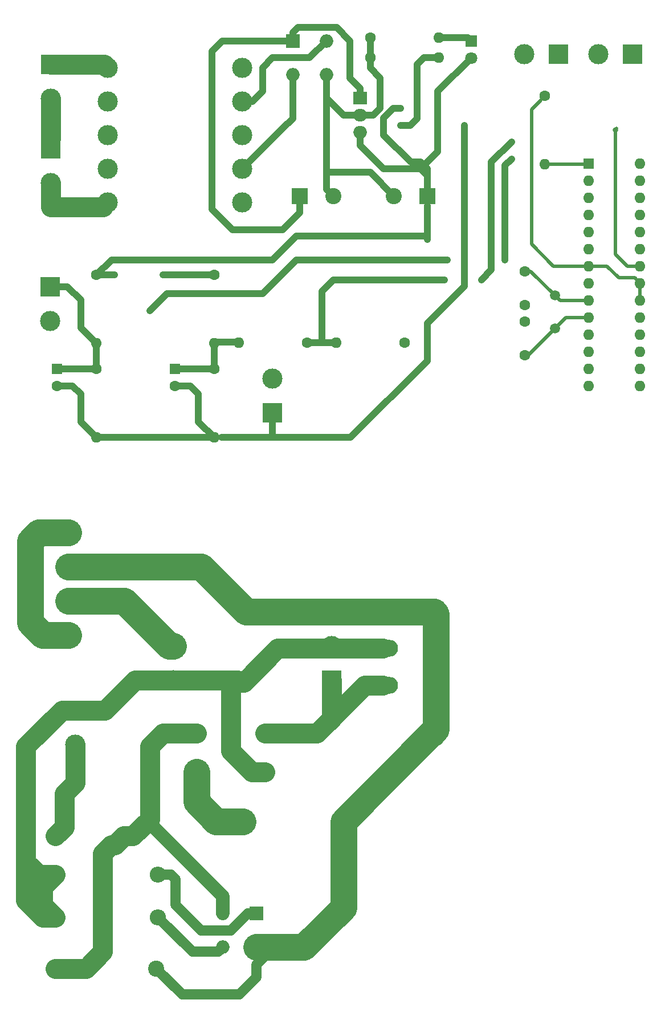
<source format=gbl>
G04 #@! TF.GenerationSoftware,KiCad,Pcbnew,(7.0.0)*
G04 #@! TF.CreationDate,2024-09-01T14:49:18+02:00*
G04 #@! TF.ProjectId,Routeur solaire  standard edition,526f7574-6575-4722-9073-6f6c61697265,rev?*
G04 #@! TF.SameCoordinates,Original*
G04 #@! TF.FileFunction,Copper,L2,Bot*
G04 #@! TF.FilePolarity,Positive*
%FSLAX46Y46*%
G04 Gerber Fmt 4.6, Leading zero omitted, Abs format (unit mm)*
G04 Created by KiCad (PCBNEW (7.0.0)) date 2024-09-01 14:49:18*
%MOMM*%
%LPD*%
G01*
G04 APERTURE LIST*
G04 #@! TA.AperFunction,ComponentPad*
%ADD10R,3.000000X3.000000*%
G04 #@! TD*
G04 #@! TA.AperFunction,ComponentPad*
%ADD11C,3.000000*%
G04 #@! TD*
G04 #@! TA.AperFunction,ComponentPad*
%ADD12R,1.600000X1.600000*%
G04 #@! TD*
G04 #@! TA.AperFunction,ComponentPad*
%ADD13O,1.600000X1.600000*%
G04 #@! TD*
G04 #@! TA.AperFunction,ComponentPad*
%ADD14C,1.600000*%
G04 #@! TD*
G04 #@! TA.AperFunction,ComponentPad*
%ADD15C,1.500000*%
G04 #@! TD*
G04 #@! TA.AperFunction,ComponentPad*
%ADD16R,1.800000X1.800000*%
G04 #@! TD*
G04 #@! TA.AperFunction,ComponentPad*
%ADD17C,1.800000*%
G04 #@! TD*
G04 #@! TA.AperFunction,ComponentPad*
%ADD18R,2.400000X2.400000*%
G04 #@! TD*
G04 #@! TA.AperFunction,ComponentPad*
%ADD19C,2.400000*%
G04 #@! TD*
G04 #@! TA.AperFunction,ComponentPad*
%ADD20R,2.000000X2.000000*%
G04 #@! TD*
G04 #@! TA.AperFunction,ComponentPad*
%ADD21O,2.000000X2.000000*%
G04 #@! TD*
G04 #@! TA.AperFunction,ComponentPad*
%ADD22R,2.000000X1.905000*%
G04 #@! TD*
G04 #@! TA.AperFunction,ComponentPad*
%ADD23O,2.000000X1.905000*%
G04 #@! TD*
G04 #@! TA.AperFunction,ComponentPad*
%ADD24O,2.400000X2.400000*%
G04 #@! TD*
G04 #@! TA.AperFunction,ComponentPad*
%ADD25R,4.500000X2.500000*%
G04 #@! TD*
G04 #@! TA.AperFunction,ComponentPad*
%ADD26O,4.500000X2.500000*%
G04 #@! TD*
G04 #@! TA.AperFunction,ViaPad*
%ADD27C,0.800000*%
G04 #@! TD*
G04 #@! TA.AperFunction,Conductor*
%ADD28C,1.500000*%
G04 #@! TD*
G04 #@! TA.AperFunction,Conductor*
%ADD29C,4.000000*%
G04 #@! TD*
G04 #@! TA.AperFunction,Conductor*
%ADD30C,3.000000*%
G04 #@! TD*
G04 #@! TA.AperFunction,Conductor*
%ADD31C,2.000000*%
G04 #@! TD*
G04 #@! TA.AperFunction,Conductor*
%ADD32C,1.000000*%
G04 #@! TD*
G04 #@! TA.AperFunction,Conductor*
%ADD33C,0.250000*%
G04 #@! TD*
G04 #@! TA.AperFunction,Conductor*
%ADD34C,0.500000*%
G04 #@! TD*
G04 APERTURE END LIST*
D10*
X27939999Y-102234999D03*
D11*
X27940000Y-107315000D03*
X27940000Y-112395000D03*
X27940000Y-117475000D03*
D12*
X105217205Y-47388163D03*
D13*
X105217205Y-49928163D03*
X105217205Y-52468163D03*
X105217205Y-55008163D03*
X105217205Y-57548163D03*
X105217205Y-60088163D03*
X105217205Y-62628163D03*
X105217205Y-65168163D03*
X105217205Y-67708163D03*
X105217205Y-70248163D03*
X105217205Y-72788163D03*
X105217205Y-75328163D03*
X105217205Y-77868163D03*
X105217205Y-80408163D03*
X112837205Y-80408163D03*
X112837205Y-77868163D03*
X112837205Y-75328163D03*
X112837205Y-72788163D03*
X112837205Y-70248163D03*
X112837205Y-67708163D03*
X112837205Y-65168163D03*
X112837205Y-62628163D03*
X112837205Y-60088163D03*
X112837205Y-57548163D03*
X112837205Y-55008163D03*
X112837205Y-52468163D03*
X112837205Y-49928163D03*
X112837205Y-47388163D03*
D10*
X100754999Y-31209999D03*
D11*
X95675000Y-31210000D03*
D14*
X98717206Y-37388164D03*
D13*
X98717205Y-47548163D03*
D10*
X111754999Y-31209999D03*
D11*
X106675000Y-31210000D03*
D15*
X100217206Y-71888164D03*
X100217206Y-66988164D03*
D14*
X95717206Y-70888164D03*
X95717206Y-75888164D03*
X95717206Y-63388164D03*
X95717206Y-68388164D03*
X72755000Y-31710000D03*
D13*
X82914999Y-31709999D03*
D10*
X25254999Y-32709999D03*
D11*
X25255000Y-37790000D03*
X33755000Y-53210000D03*
X33755000Y-48210000D03*
X33755000Y-43210000D03*
X33755000Y-38210000D03*
X33755000Y-33210000D03*
X53755000Y-33210000D03*
X53755000Y-38210000D03*
X53755000Y-43210000D03*
X53755000Y-48210000D03*
X53755000Y-53210000D03*
D14*
X72755000Y-28710000D03*
D13*
X82914999Y-28709999D03*
D10*
X58254999Y-84454999D03*
D11*
X58255000Y-79375000D03*
D16*
X87754999Y-29209999D03*
D17*
X87755000Y-31750000D03*
D18*
X81254999Y-52209999D03*
D19*
X76255000Y-52210000D03*
D18*
X62254999Y-52209999D03*
D19*
X67255000Y-52210000D03*
D20*
X61254999Y-29209999D03*
D21*
X61254999Y-34209999D03*
X66254999Y-34209999D03*
X66254999Y-29209999D03*
D22*
X71254999Y-37709999D03*
D23*
X71254999Y-40249999D03*
X71254999Y-42789999D03*
D14*
X49571858Y-63943213D03*
D13*
X49571857Y-74103212D03*
D14*
X49571858Y-77943213D03*
D13*
X49571857Y-88103212D03*
D12*
X43735372Y-77943212D03*
D14*
X43735373Y-80443213D03*
X77890573Y-74038952D03*
D13*
X67730572Y-74038951D03*
D14*
X32071858Y-63943213D03*
D13*
X32071857Y-74103212D03*
D14*
X32071858Y-77943213D03*
D13*
X32071857Y-88103212D03*
D10*
X25235372Y-65672064D03*
D11*
X25235373Y-70752065D03*
D12*
X26235372Y-77943212D03*
D14*
X26235373Y-80443213D03*
D10*
X25254999Y-45209999D03*
D11*
X25255000Y-50290000D03*
D19*
X25977500Y-159332500D03*
D24*
X41217499Y-159332499D03*
D10*
X28892499Y-128587499D03*
D11*
X28892500Y-133667500D03*
D19*
X25977500Y-152982500D03*
D24*
X41217499Y-152982499D03*
D10*
X43497499Y-119062499D03*
D11*
X43497500Y-124142500D03*
D14*
X63390573Y-74038952D03*
D13*
X53230572Y-74038951D03*
D25*
X74612499Y-113982499D03*
D26*
X74612499Y-119432499D03*
X74612499Y-124882499D03*
D20*
X55822499Y-158777499D03*
D21*
X50822499Y-158777499D03*
X50822499Y-163777499D03*
X55822499Y-163777499D03*
D14*
X46932500Y-137742500D03*
D13*
X57092499Y-137742499D03*
D19*
X53777500Y-145097500D03*
X68777500Y-145097500D03*
X25977500Y-166952500D03*
X40977500Y-166952500D03*
D14*
X46932500Y-132027500D03*
D13*
X57092499Y-132027499D03*
D14*
X25977500Y-147267500D03*
D13*
X36137499Y-147267499D03*
D10*
X66992499Y-124142499D03*
D11*
X66992500Y-119062500D03*
X66992500Y-113982500D03*
D27*
X109217206Y-42388164D03*
X89255000Y-64710000D03*
X77255000Y-39210000D03*
X41994871Y-63943213D03*
X77255000Y-41750000D03*
X93755000Y-44210000D03*
X92755000Y-61710000D03*
X93755000Y-46710000D03*
X34807837Y-63943213D03*
X84255000Y-61710000D03*
X39994871Y-69256179D03*
X86755000Y-41750000D03*
X83755000Y-64710000D03*
D28*
X56515000Y-165682500D02*
X58420000Y-163777500D01*
X56515000Y-165735000D02*
X56515000Y-165682500D01*
X55880000Y-166370000D02*
X56515000Y-165735000D01*
X55880000Y-168275000D02*
X55880000Y-166370000D01*
X53340000Y-170815000D02*
X55880000Y-168275000D01*
X40977500Y-166952500D02*
X44840000Y-170815000D01*
D29*
X62917500Y-163777500D02*
X58420000Y-163777500D01*
D28*
X44840000Y-170815000D02*
X53340000Y-170815000D01*
D29*
X58420000Y-163777500D02*
X55822500Y-163777500D01*
D28*
X50165000Y-164465000D02*
X50822500Y-163807500D01*
X50822500Y-163807500D02*
X50822500Y-163777500D01*
X46350000Y-164465000D02*
X50165000Y-164465000D01*
X41217500Y-159332500D02*
X46350000Y-164465000D01*
X41217500Y-152982500D02*
X43127500Y-152982500D01*
X43127500Y-152982500D02*
X43815000Y-153670000D01*
X43815000Y-153670000D02*
X43815000Y-157480000D01*
X54582500Y-158777500D02*
X55822500Y-158777500D01*
X52070000Y-161290000D02*
X54582500Y-158777500D01*
X47625000Y-161290000D02*
X52070000Y-161290000D01*
X43815000Y-157480000D02*
X47625000Y-161290000D01*
D30*
X34815000Y-148590000D02*
X36137500Y-147267500D01*
X34290000Y-148590000D02*
X34815000Y-148590000D01*
X33020000Y-149860000D02*
X34290000Y-148590000D01*
X33020000Y-164465000D02*
X33020000Y-149860000D01*
X30532500Y-166952500D02*
X33020000Y-164465000D01*
X25977500Y-166952500D02*
X30532500Y-166952500D01*
D31*
X40005000Y-145415000D02*
X40005000Y-144780000D01*
X50822500Y-158777500D02*
X50822500Y-156232500D01*
X50822500Y-156232500D02*
X40005000Y-145415000D01*
D30*
X37517500Y-147267500D02*
X40005000Y-144780000D01*
X36137500Y-147267500D02*
X37517500Y-147267500D01*
X40005000Y-133985000D02*
X40005000Y-144780000D01*
X41962500Y-132027500D02*
X40005000Y-133985000D01*
X46932500Y-132027500D02*
X41962500Y-132027500D01*
D29*
X46932500Y-142182500D02*
X46932500Y-137742500D01*
X49847500Y-145097500D02*
X46932500Y-142182500D01*
X53777500Y-145097500D02*
X49847500Y-145097500D01*
D30*
X28892500Y-139382500D02*
X27305000Y-140970000D01*
X28892500Y-133667500D02*
X28892500Y-139382500D01*
X25977500Y-147267500D02*
X27305000Y-145940000D01*
X27305000Y-145940000D02*
X27305000Y-140970000D01*
X25977500Y-159332500D02*
X24130000Y-157485000D01*
X24130000Y-157485000D02*
X24130000Y-156210000D01*
X24130000Y-154830000D02*
X24130000Y-156210000D01*
X24130000Y-156210000D02*
X24130000Y-159280000D01*
X24130000Y-159280000D02*
X24182500Y-159332500D01*
X25977500Y-152982500D02*
X24130000Y-154830000D01*
X23547500Y-152982500D02*
X25977500Y-152982500D01*
X23495000Y-153035000D02*
X23547500Y-152982500D01*
X21590000Y-151130000D02*
X21590000Y-148590000D01*
X23495000Y-153035000D02*
X21590000Y-151130000D01*
X21590000Y-148590000D02*
X21590000Y-156845000D01*
X21590000Y-133985000D02*
X21590000Y-148590000D01*
X24182500Y-159332500D02*
X25977500Y-159332500D01*
X21590000Y-156845000D02*
X24130000Y-159385000D01*
X24130000Y-159385000D02*
X24182500Y-159332500D01*
X26987500Y-128587500D02*
X21590000Y-133985000D01*
X28892500Y-128587500D02*
X26987500Y-128587500D01*
X37782500Y-124142500D02*
X33337500Y-128587500D01*
X43497500Y-124142500D02*
X37782500Y-124142500D01*
X28892500Y-128587500D02*
X33337500Y-128587500D01*
X52070000Y-125095000D02*
X53022500Y-124142500D01*
X55192500Y-137742500D02*
X52070000Y-134620000D01*
X57092500Y-137742500D02*
X55192500Y-137742500D01*
X52070000Y-134620000D02*
X52070000Y-125095000D01*
X53022500Y-124142500D02*
X43497500Y-124142500D01*
X53340000Y-124460000D02*
X53022500Y-124142500D01*
X53975000Y-124460000D02*
X53340000Y-124460000D01*
X74612500Y-119432500D02*
X59002500Y-119432500D01*
X59002500Y-119432500D02*
X53975000Y-124460000D01*
X66992500Y-124142500D02*
X66992500Y-129857500D01*
X66357500Y-130492500D02*
X64822500Y-132027500D01*
X71967500Y-124882500D02*
X66357500Y-130492500D01*
X66992500Y-129857500D02*
X66357500Y-130492500D01*
X64822500Y-132027500D02*
X57092500Y-132027500D01*
X74612500Y-124882500D02*
X71967500Y-124882500D01*
D29*
X68777500Y-157917500D02*
X62917500Y-163777500D01*
X68777500Y-145097500D02*
X68777500Y-157917500D01*
X81795000Y-132080000D02*
X68777500Y-145097500D01*
X81915000Y-132080000D02*
X81795000Y-132080000D01*
X82550000Y-131445000D02*
X81915000Y-132080000D01*
X82550000Y-114300000D02*
X82550000Y-131445000D01*
X66992500Y-113982500D02*
X82232500Y-113982500D01*
X82232500Y-113982500D02*
X82550000Y-114300000D01*
X54292500Y-113982500D02*
X66992500Y-113982500D01*
X47625000Y-107315000D02*
X54292500Y-113982500D01*
X27940000Y-107315000D02*
X47625000Y-107315000D01*
X42862500Y-119062500D02*
X43497500Y-119062500D01*
X27940000Y-112395000D02*
X36195000Y-112395000D01*
X36195000Y-112395000D02*
X42862500Y-119062500D01*
X24130000Y-117475000D02*
X27940000Y-117475000D01*
X22225000Y-115570000D02*
X24130000Y-117475000D01*
X27940000Y-102235000D02*
X23495000Y-102235000D01*
X23495000Y-102235000D02*
X22225000Y-103505000D01*
X22225000Y-103505000D02*
X22225000Y-115570000D01*
D32*
X63755000Y-31710000D02*
X58255000Y-31710000D01*
X80255000Y-48210000D02*
X81255000Y-49210000D01*
D33*
X55255000Y-38210000D02*
X53755000Y-38210000D01*
D32*
X66255000Y-29210000D02*
X63755000Y-31710000D01*
X78755000Y-47210000D02*
X80255000Y-47210000D01*
X76205000Y-39210000D02*
X74755000Y-40660000D01*
X74755000Y-48210000D02*
X80255000Y-48210000D01*
X71255000Y-44710000D02*
X74755000Y-48210000D01*
X74255000Y-34710000D02*
X74255000Y-39210000D01*
X79755000Y-40710000D02*
X78715000Y-41750000D01*
X49255000Y-30710000D02*
X50755000Y-29210000D01*
X53755000Y-48210000D02*
X59755000Y-42210000D01*
X73215000Y-40250000D02*
X71255000Y-40250000D01*
X78715000Y-41750000D02*
X77255000Y-41750000D01*
X69755000Y-29210000D02*
X69755000Y-34710000D01*
X58255000Y-31710000D02*
X56755000Y-33210000D01*
X74755000Y-43210000D02*
X78755000Y-47210000D01*
X71255000Y-36210000D02*
X71255000Y-37710000D01*
D33*
X81255000Y-49210000D02*
X81255000Y-52210000D01*
D32*
X61255000Y-29210000D02*
X61255000Y-27960000D01*
X74755000Y-40660000D02*
X74755000Y-43210000D01*
X77255000Y-39210000D02*
X77255000Y-39210000D01*
X56755000Y-33210000D02*
X56755000Y-36710000D01*
X87755000Y-31750000D02*
X82795000Y-36710000D01*
X56755000Y-36710000D02*
X55255000Y-38210000D01*
D33*
X33255000Y-32710000D02*
X33755000Y-33210000D01*
D32*
X72755000Y-48710000D02*
X76255000Y-52210000D01*
X79755000Y-35710000D02*
X79755000Y-40710000D01*
X59755000Y-57210000D02*
X52255000Y-57210000D01*
X66255000Y-37710000D02*
X66255000Y-48710000D01*
X74255000Y-39210000D02*
X73215000Y-40250000D01*
X67755000Y-27210000D02*
X69755000Y-29210000D01*
D33*
X33095000Y-53870000D02*
X33755000Y-53210000D01*
D32*
X72755000Y-31710000D02*
X72755000Y-28710000D01*
X66255000Y-48710000D02*
X66255000Y-51210000D01*
X68795000Y-40250000D02*
X66255000Y-37710000D01*
X72755000Y-31710000D02*
X72755000Y-32841370D01*
D30*
X25255000Y-32710000D02*
X33255000Y-32710000D01*
D33*
X87255000Y-28710000D02*
X87755000Y-29210000D01*
D32*
X69755000Y-34710000D02*
X71255000Y-36210000D01*
X49255000Y-54210000D02*
X49255000Y-30710000D01*
X62255000Y-54710000D02*
X59755000Y-57210000D01*
X50755000Y-29210000D02*
X61255000Y-29210000D01*
X71255000Y-40250000D02*
X68795000Y-40250000D01*
X71255000Y-42790000D02*
X71255000Y-44710000D01*
X62255000Y-52210000D02*
X62255000Y-54710000D01*
D30*
X25255000Y-37790000D02*
X25255000Y-43710000D01*
D32*
X66255000Y-48710000D02*
X72755000Y-48710000D01*
X66255000Y-34210000D02*
X66255000Y-37710000D01*
D30*
X25255000Y-53870000D02*
X33095000Y-53870000D01*
D33*
X25255000Y-32710000D02*
X27005000Y-32710000D01*
D32*
X52255000Y-57210000D02*
X49255000Y-54210000D01*
X81255000Y-48210000D02*
X81255000Y-52210000D01*
X66255000Y-51210000D02*
X67255000Y-52210000D01*
X77255000Y-39210000D02*
X76205000Y-39210000D01*
X77255000Y-41750000D02*
X77255000Y-41750000D01*
D34*
X109217206Y-42388164D02*
X109217206Y-42388164D01*
D33*
X49537868Y-74137203D02*
X49571858Y-74103213D01*
D32*
X49571858Y-74103213D02*
X49571858Y-77943213D01*
X48440488Y-77943213D02*
X43735373Y-77943213D01*
X49571858Y-77943213D02*
X48440488Y-77943213D01*
X47235373Y-85766728D02*
X49571858Y-88103213D01*
X46006521Y-80443213D02*
X47235373Y-81672065D01*
X43735373Y-80443213D02*
X46006521Y-80443213D01*
D33*
X47235373Y-83314359D02*
X47235373Y-83672065D01*
D32*
X47235373Y-81672065D02*
X47235373Y-83672065D01*
X47235373Y-83672065D02*
X47235373Y-85766728D01*
X34807837Y-63943213D02*
X34807837Y-63943213D01*
D33*
X32037868Y-74137203D02*
X32071858Y-74103213D01*
D32*
X32071858Y-74103213D02*
X32071858Y-77943213D01*
X89255000Y-64710000D02*
X90755000Y-63210000D01*
X58255000Y-61710000D02*
X34305071Y-61710000D01*
D33*
X96217206Y-75888164D02*
X95717206Y-75888164D01*
D32*
X58255000Y-88103213D02*
X58255000Y-84455000D01*
X82795000Y-36710000D02*
X82795000Y-45670000D01*
X61255000Y-27960000D02*
X62005000Y-27210000D01*
X90755000Y-47210000D02*
X90755000Y-63210000D01*
D34*
X98717206Y-47548164D02*
X105057206Y-47548164D01*
D32*
X39994871Y-69256179D02*
X42541050Y-66710000D01*
X82915000Y-31710000D02*
X80755000Y-31710000D01*
X30940488Y-77943213D02*
X26235373Y-77943213D01*
D34*
X105217206Y-70248164D02*
X101857206Y-70248164D01*
D32*
X26235373Y-80443213D02*
X28506521Y-80443213D01*
X69861787Y-88103213D02*
X81280000Y-76685000D01*
D33*
X42541050Y-66710000D02*
X42755000Y-66710000D01*
D34*
X109217206Y-60888164D02*
X109217206Y-42388164D01*
D33*
X29735373Y-83314359D02*
X29735373Y-83672065D01*
D34*
X100217206Y-71888164D02*
X96217206Y-75888164D01*
D30*
X25255000Y-50290000D02*
X25255000Y-53870000D01*
D34*
X110957206Y-62628164D02*
X109217206Y-60888164D01*
X107957206Y-62628164D02*
X105217206Y-62628164D01*
X101857206Y-70248164D02*
X100217206Y-71888164D01*
X112837206Y-62628164D02*
X110957206Y-62628164D01*
D32*
X84255000Y-61710000D02*
X61755000Y-61710000D01*
D34*
X112837206Y-67708164D02*
X112837206Y-65168164D01*
D32*
X25235373Y-65672065D02*
X27735373Y-65672065D01*
X27735373Y-65672065D02*
X29735373Y-67672065D01*
X29735373Y-67672065D02*
X29735373Y-71766728D01*
X67730573Y-74038952D02*
X64755000Y-74038952D01*
D33*
X81255000Y-53660000D02*
X81255000Y-52210000D01*
D32*
X65577607Y-74038952D02*
X65577607Y-72387393D01*
D33*
X49571858Y-88103213D02*
X50703228Y-88103213D01*
D32*
X29735373Y-71766728D02*
X32071858Y-74103213D01*
X81255000Y-58710000D02*
X81255000Y-58210000D01*
D34*
X109217206Y-42388164D02*
X109395370Y-42210000D01*
D32*
X86755000Y-65645000D02*
X86755000Y-41750000D01*
X80755000Y-31710000D02*
X79755000Y-32710000D01*
X62005000Y-27210000D02*
X67755000Y-27210000D01*
X41994871Y-63943213D02*
X49571858Y-63943213D01*
X61755000Y-61710000D02*
X56755000Y-66710000D01*
X65577607Y-72387393D02*
X65577607Y-66387393D01*
X29735373Y-81672065D02*
X29735373Y-83672065D01*
X90755000Y-47210000D02*
X93755000Y-44210000D01*
D34*
X97917207Y-38188163D02*
X98717206Y-37388164D01*
X100937206Y-67708164D02*
X100217206Y-66988164D01*
D32*
X60755000Y-88103213D02*
X69861787Y-88103213D01*
X81255000Y-58210000D02*
X61755000Y-58210000D01*
X61255000Y-40710000D02*
X61255000Y-34210000D01*
X65577607Y-74038952D02*
X64755000Y-74038952D01*
X29735373Y-83672065D02*
X29735373Y-85766728D01*
D34*
X105217206Y-62628164D02*
X99957206Y-62628164D01*
D32*
X34305071Y-61710000D02*
X32071858Y-63943213D01*
X80755000Y-47710000D02*
X81255000Y-48210000D01*
X29735373Y-85766728D02*
X32071858Y-88103213D01*
X67255000Y-64710000D02*
X83755000Y-64710000D01*
X82915000Y-28710000D02*
X87255000Y-28710000D01*
X50703228Y-88103213D02*
X60755000Y-88103213D01*
X42755000Y-66710000D02*
X56755000Y-66710000D01*
D34*
X96717206Y-59388164D02*
X96717206Y-39388164D01*
D32*
X66755000Y-65210000D02*
X67255000Y-64710000D01*
X80255000Y-47210000D02*
X80755000Y-47710000D01*
D34*
X100217206Y-66988164D02*
X96617206Y-63388164D01*
X112037207Y-64368165D02*
X109697207Y-64368165D01*
D33*
X58255000Y-88103213D02*
X60755000Y-88103213D01*
D34*
X99957206Y-62628164D02*
X96717206Y-59388164D01*
D32*
X82795000Y-45670000D02*
X80755000Y-47710000D01*
X49571858Y-73943213D02*
X53134834Y-73943213D01*
D34*
X112837206Y-65168164D02*
X112037207Y-64368165D01*
D33*
X105057206Y-47548164D02*
X105217206Y-47388164D01*
D32*
X64755000Y-74038952D02*
X63390573Y-74038952D01*
X79755000Y-32710000D02*
X79755000Y-35710000D01*
X32071858Y-77943213D02*
X30940488Y-77943213D01*
X65577607Y-66387393D02*
X66755000Y-65210000D01*
X61755000Y-58210000D02*
X58255000Y-61710000D01*
D34*
X109697207Y-64368165D02*
X107957206Y-62628164D01*
D32*
X81255000Y-58210000D02*
X81255000Y-53660000D01*
X92755000Y-47710000D02*
X93755000Y-46710000D01*
X32071858Y-63943213D02*
X34807837Y-63943213D01*
X81280000Y-76685000D02*
X81280000Y-71120000D01*
X32071858Y-88103213D02*
X33203228Y-88103213D01*
X81280000Y-71120000D02*
X86755000Y-65645000D01*
D34*
X96717206Y-39388164D02*
X97917207Y-38188163D01*
D33*
X72755000Y-32841370D02*
X72755000Y-33210000D01*
D34*
X105217206Y-67708164D02*
X100937206Y-67708164D01*
D32*
X28506521Y-80443213D02*
X29735373Y-81672065D01*
X92755000Y-47710000D02*
X92755000Y-61710000D01*
D33*
X53134834Y-73943213D02*
X53230573Y-74038952D01*
D32*
X33203228Y-88103213D02*
X49571858Y-88103213D01*
D33*
X96617206Y-63388164D02*
X95717206Y-63388164D01*
D32*
X72755000Y-33210000D02*
X74255000Y-34710000D01*
X59755000Y-42210000D02*
X61255000Y-40710000D01*
M02*

</source>
